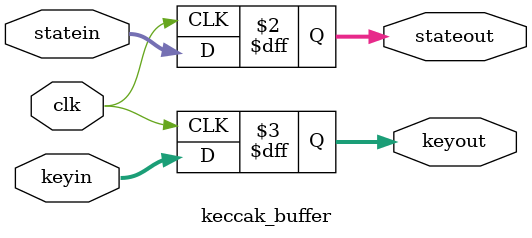
<source format=v>

module keccak_buffer(clk, statein, keyin, stateout, keyout);
    input clk;
    input [799:0] statein;
    input [7:0] keyin;
    output reg [799:0] stateout;
    output reg [7:0] keyout;
    
    always @(posedge clk)
    begin
        stateout <= statein;
        keyout <= keyin;
    end
endmodule
</source>
